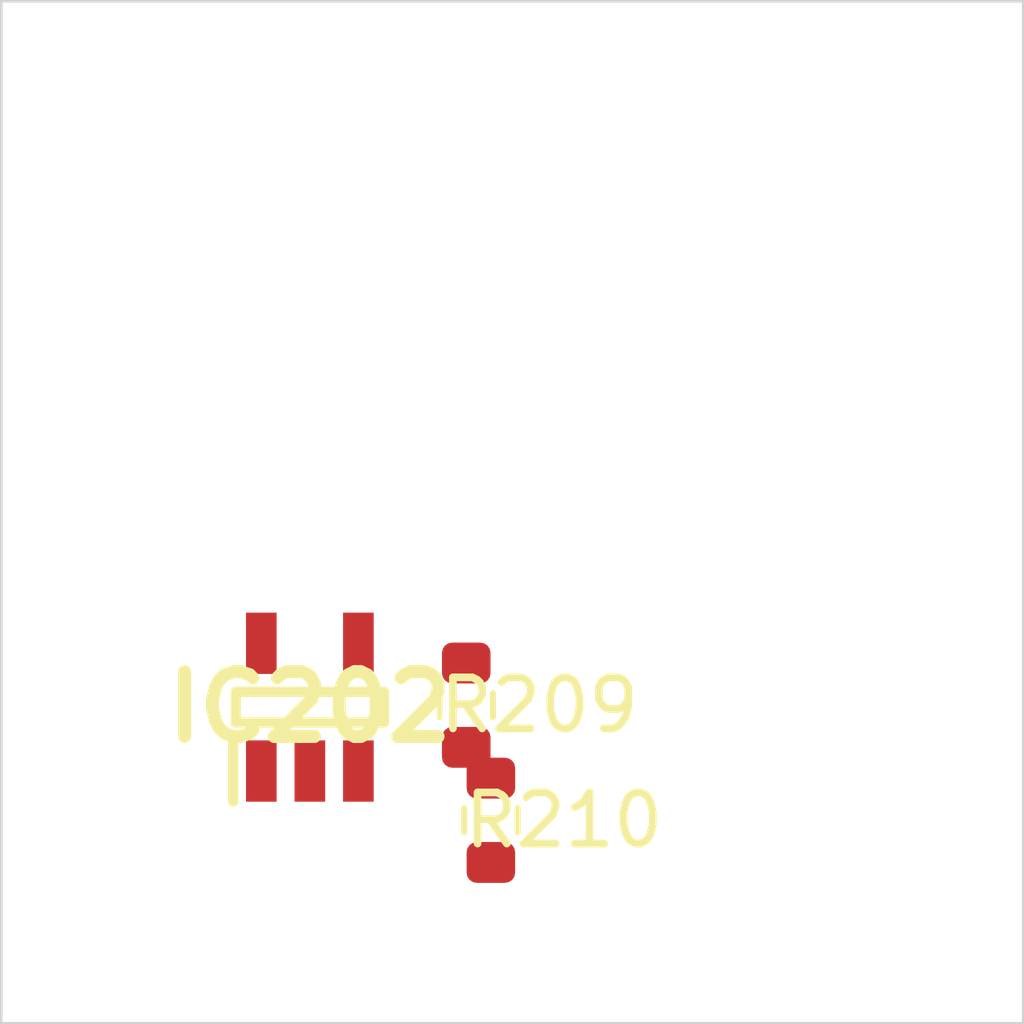
<source format=kicad_pcb>
 ( kicad_pcb  ( version 20171130 )
 ( host pcbnew 5.1.12-84ad8e8a86~92~ubuntu18.04.1 )
 ( general  ( thickness 1.6 )
 ( drawings 4 )
 ( tracks 0 )
 ( zones 0 )
 ( modules 3 )
 ( nets 5 )
)
 ( page A4 )
 ( layers  ( 0 F.Cu signal )
 ( 31 B.Cu signal )
 ( 32 B.Adhes user )
 ( 33 F.Adhes user )
 ( 34 B.Paste user )
 ( 35 F.Paste user )
 ( 36 B.SilkS user )
 ( 37 F.SilkS user )
 ( 38 B.Mask user )
 ( 39 F.Mask user )
 ( 40 Dwgs.User user )
 ( 41 Cmts.User user )
 ( 42 Eco1.User user )
 ( 43 Eco2.User user )
 ( 44 Edge.Cuts user )
 ( 45 Margin user )
 ( 46 B.CrtYd user )
 ( 47 F.CrtYd user )
 ( 48 B.Fab user )
 ( 49 F.Fab user )
)
 ( setup  ( last_trace_width 0.25 )
 ( trace_clearance 0.2 )
 ( zone_clearance 0.508 )
 ( zone_45_only no )
 ( trace_min 0.2 )
 ( via_size 0.8 )
 ( via_drill 0.4 )
 ( via_min_size 0.4 )
 ( via_min_drill 0.3 )
 ( uvia_size 0.3 )
 ( uvia_drill 0.1 )
 ( uvias_allowed no )
 ( uvia_min_size 0.2 )
 ( uvia_min_drill 0.1 )
 ( edge_width 0.05 )
 ( segment_width 0.2 )
 ( pcb_text_width 0.3 )
 ( pcb_text_size 1.5 1.5 )
 ( mod_edge_width 0.12 )
 ( mod_text_size 1 1 )
 ( mod_text_width 0.15 )
 ( pad_size 1.524 1.524 )
 ( pad_drill 0.762 )
 ( pad_to_mask_clearance 0 )
 ( aux_axis_origin 0 0 )
 ( visible_elements FFFFFF7F )
 ( pcbplotparams  ( layerselection 0x010fc_ffffffff )
 ( usegerberextensions false )
 ( usegerberattributes true )
 ( usegerberadvancedattributes true )
 ( creategerberjobfile true )
 ( excludeedgelayer true )
 ( linewidth 0.100000 )
 ( plotframeref false )
 ( viasonmask false )
 ( mode 1 )
 ( useauxorigin false )
 ( hpglpennumber 1 )
 ( hpglpenspeed 20 )
 ( hpglpendiameter 15.000000 )
 ( psnegative false )
 ( psa4output false )
 ( plotreference true )
 ( plotvalue true )
 ( plotinvisibletext false )
 ( padsonsilk false )
 ( subtractmaskfromsilk false )
 ( outputformat 1 )
 ( mirror false )
 ( drillshape 1 )
 ( scaleselection 1 )
 ( outputdirectory "" )
)
)
 ( net 0 "" )
 ( net 1 GND )
 ( net 2 VDDA )
 ( net 3 /Sheet6235D886/vp )
 ( net 4 "Net-(IC202-Pad3)" )
 ( net_class Default "This is the default net class."  ( clearance 0.2 )
 ( trace_width 0.25 )
 ( via_dia 0.8 )
 ( via_drill 0.4 )
 ( uvia_dia 0.3 )
 ( uvia_drill 0.1 )
 ( add_net /Sheet6235D886/vp )
 ( add_net GND )
 ( add_net "Net-(IC202-Pad3)" )
 ( add_net VDDA )
)
 ( module SOT95P280X145-5N locked  ( layer F.Cu )
 ( tedit 62336ED7 )
 ( tstamp 623423ED )
 ( at 86.038900 113.815000 90.000000 )
 ( descr DBV0005A )
 ( tags "Integrated Circuit" )
 ( path /6235D887/6266C08E )
 ( attr smd )
 ( fp_text reference IC202  ( at 0 0 )
 ( layer F.SilkS )
 ( effects  ( font  ( size 1.27 1.27 )
 ( thickness 0.254 )
)
)
)
 ( fp_text value TL071HIDBVR  ( at 0 0 )
 ( layer F.SilkS )
hide  ( effects  ( font  ( size 1.27 1.27 )
 ( thickness 0.254 )
)
)
)
 ( fp_line  ( start -1.85 -1.5 )
 ( end -0.65 -1.5 )
 ( layer F.SilkS )
 ( width 0.2 )
)
 ( fp_line  ( start -0.3 1.45 )
 ( end -0.3 -1.45 )
 ( layer F.SilkS )
 ( width 0.2 )
)
 ( fp_line  ( start 0.3 1.45 )
 ( end -0.3 1.45 )
 ( layer F.SilkS )
 ( width 0.2 )
)
 ( fp_line  ( start 0.3 -1.45 )
 ( end 0.3 1.45 )
 ( layer F.SilkS )
 ( width 0.2 )
)
 ( fp_line  ( start -0.3 -1.45 )
 ( end 0.3 -1.45 )
 ( layer F.SilkS )
 ( width 0.2 )
)
 ( fp_line  ( start -0.8 -0.5 )
 ( end 0.15 -1.45 )
 ( layer Dwgs.User )
 ( width 0.1 )
)
 ( fp_line  ( start -0.8 1.45 )
 ( end -0.8 -1.45 )
 ( layer Dwgs.User )
 ( width 0.1 )
)
 ( fp_line  ( start 0.8 1.45 )
 ( end -0.8 1.45 )
 ( layer Dwgs.User )
 ( width 0.1 )
)
 ( fp_line  ( start 0.8 -1.45 )
 ( end 0.8 1.45 )
 ( layer Dwgs.User )
 ( width 0.1 )
)
 ( fp_line  ( start -0.8 -1.45 )
 ( end 0.8 -1.45 )
 ( layer Dwgs.User )
 ( width 0.1 )
)
 ( fp_line  ( start -2.1 1.775 )
 ( end -2.1 -1.775 )
 ( layer Dwgs.User )
 ( width 0.05 )
)
 ( fp_line  ( start 2.1 1.775 )
 ( end -2.1 1.775 )
 ( layer Dwgs.User )
 ( width 0.05 )
)
 ( fp_line  ( start 2.1 -1.775 )
 ( end 2.1 1.775 )
 ( layer Dwgs.User )
 ( width 0.05 )
)
 ( fp_line  ( start -2.1 -1.775 )
 ( end 2.1 -1.775 )
 ( layer Dwgs.User )
 ( width 0.05 )
)
 ( pad 1 smd rect  ( at -1.25 -0.95 180.000000 )
 ( size 0.6 1.2 )
 ( layers F.Cu F.Mask F.Paste )
 ( net 3 /Sheet6235D886/vp )
)
 ( pad 2 smd rect  ( at -1.25 0 180.000000 )
 ( size 0.6 1.2 )
 ( layers F.Cu F.Mask F.Paste )
 ( net 1 GND )
)
 ( pad 3 smd rect  ( at -1.25 0.95 180.000000 )
 ( size 0.6 1.2 )
 ( layers F.Cu F.Mask F.Paste )
 ( net 4 "Net-(IC202-Pad3)" )
)
 ( pad 4 smd rect  ( at 1.25 0.95 180.000000 )
 ( size 0.6 1.2 )
 ( layers F.Cu F.Mask F.Paste )
 ( net 3 /Sheet6235D886/vp )
)
 ( pad 5 smd rect  ( at 1.25 -0.95 180.000000 )
 ( size 0.6 1.2 )
 ( layers F.Cu F.Mask F.Paste )
 ( net 2 VDDA )
)
)
 ( module Resistor_SMD:R_0603_1608Metric  ( layer F.Cu )
 ( tedit 5F68FEEE )
 ( tstamp 62342595 )
 ( at 89.099900 113.776000 270.000000 )
 ( descr "Resistor SMD 0603 (1608 Metric), square (rectangular) end terminal, IPC_7351 nominal, (Body size source: IPC-SM-782 page 72, https://www.pcb-3d.com/wordpress/wp-content/uploads/ipc-sm-782a_amendment_1_and_2.pdf), generated with kicad-footprint-generator" )
 ( tags resistor )
 ( path /6235D887/623CDBD9 )
 ( attr smd )
 ( fp_text reference R209  ( at 0 -1.43 )
 ( layer F.SilkS )
 ( effects  ( font  ( size 1 1 )
 ( thickness 0.15 )
)
)
)
 ( fp_text value 100k  ( at 0 1.43 )
 ( layer F.Fab )
 ( effects  ( font  ( size 1 1 )
 ( thickness 0.15 )
)
)
)
 ( fp_line  ( start -0.8 0.4125 )
 ( end -0.8 -0.4125 )
 ( layer F.Fab )
 ( width 0.1 )
)
 ( fp_line  ( start -0.8 -0.4125 )
 ( end 0.8 -0.4125 )
 ( layer F.Fab )
 ( width 0.1 )
)
 ( fp_line  ( start 0.8 -0.4125 )
 ( end 0.8 0.4125 )
 ( layer F.Fab )
 ( width 0.1 )
)
 ( fp_line  ( start 0.8 0.4125 )
 ( end -0.8 0.4125 )
 ( layer F.Fab )
 ( width 0.1 )
)
 ( fp_line  ( start -0.237258 -0.5225 )
 ( end 0.237258 -0.5225 )
 ( layer F.SilkS )
 ( width 0.12 )
)
 ( fp_line  ( start -0.237258 0.5225 )
 ( end 0.237258 0.5225 )
 ( layer F.SilkS )
 ( width 0.12 )
)
 ( fp_line  ( start -1.48 0.73 )
 ( end -1.48 -0.73 )
 ( layer F.CrtYd )
 ( width 0.05 )
)
 ( fp_line  ( start -1.48 -0.73 )
 ( end 1.48 -0.73 )
 ( layer F.CrtYd )
 ( width 0.05 )
)
 ( fp_line  ( start 1.48 -0.73 )
 ( end 1.48 0.73 )
 ( layer F.CrtYd )
 ( width 0.05 )
)
 ( fp_line  ( start 1.48 0.73 )
 ( end -1.48 0.73 )
 ( layer F.CrtYd )
 ( width 0.05 )
)
 ( fp_text user %R  ( at 0 0 )
 ( layer F.Fab )
 ( effects  ( font  ( size 0.4 0.4 )
 ( thickness 0.06 )
)
)
)
 ( pad 1 smd roundrect  ( at -0.825 0 270.000000 )
 ( size 0.8 0.95 )
 ( layers F.Cu F.Mask F.Paste )
 ( roundrect_rratio 0.25 )
 ( net 2 VDDA )
)
 ( pad 2 smd roundrect  ( at 0.825 0 270.000000 )
 ( size 0.8 0.95 )
 ( layers F.Cu F.Mask F.Paste )
 ( roundrect_rratio 0.25 )
 ( net 4 "Net-(IC202-Pad3)" )
)
 ( model ${KISYS3DMOD}/Resistor_SMD.3dshapes/R_0603_1608Metric.wrl  ( at  ( xyz 0 0 0 )
)
 ( scale  ( xyz 1 1 1 )
)
 ( rotate  ( xyz 0 0 0 )
)
)
)
 ( module Resistor_SMD:R_0603_1608Metric  ( layer F.Cu )
 ( tedit 5F68FEEE )
 ( tstamp 623425A6 )
 ( at 89.582100 116.029000 270.000000 )
 ( descr "Resistor SMD 0603 (1608 Metric), square (rectangular) end terminal, IPC_7351 nominal, (Body size source: IPC-SM-782 page 72, https://www.pcb-3d.com/wordpress/wp-content/uploads/ipc-sm-782a_amendment_1_and_2.pdf), generated with kicad-footprint-generator" )
 ( tags resistor )
 ( path /6235D887/623CDBDF )
 ( attr smd )
 ( fp_text reference R210  ( at 0 -1.43 )
 ( layer F.SilkS )
 ( effects  ( font  ( size 1 1 )
 ( thickness 0.15 )
)
)
)
 ( fp_text value 100k  ( at 0 1.43 )
 ( layer F.Fab )
 ( effects  ( font  ( size 1 1 )
 ( thickness 0.15 )
)
)
)
 ( fp_line  ( start 1.48 0.73 )
 ( end -1.48 0.73 )
 ( layer F.CrtYd )
 ( width 0.05 )
)
 ( fp_line  ( start 1.48 -0.73 )
 ( end 1.48 0.73 )
 ( layer F.CrtYd )
 ( width 0.05 )
)
 ( fp_line  ( start -1.48 -0.73 )
 ( end 1.48 -0.73 )
 ( layer F.CrtYd )
 ( width 0.05 )
)
 ( fp_line  ( start -1.48 0.73 )
 ( end -1.48 -0.73 )
 ( layer F.CrtYd )
 ( width 0.05 )
)
 ( fp_line  ( start -0.237258 0.5225 )
 ( end 0.237258 0.5225 )
 ( layer F.SilkS )
 ( width 0.12 )
)
 ( fp_line  ( start -0.237258 -0.5225 )
 ( end 0.237258 -0.5225 )
 ( layer F.SilkS )
 ( width 0.12 )
)
 ( fp_line  ( start 0.8 0.4125 )
 ( end -0.8 0.4125 )
 ( layer F.Fab )
 ( width 0.1 )
)
 ( fp_line  ( start 0.8 -0.4125 )
 ( end 0.8 0.4125 )
 ( layer F.Fab )
 ( width 0.1 )
)
 ( fp_line  ( start -0.8 -0.4125 )
 ( end 0.8 -0.4125 )
 ( layer F.Fab )
 ( width 0.1 )
)
 ( fp_line  ( start -0.8 0.4125 )
 ( end -0.8 -0.4125 )
 ( layer F.Fab )
 ( width 0.1 )
)
 ( fp_text user %R  ( at 0 0 )
 ( layer F.Fab )
 ( effects  ( font  ( size 0.4 0.4 )
 ( thickness 0.06 )
)
)
)
 ( pad 2 smd roundrect  ( at 0.825 0 270.000000 )
 ( size 0.8 0.95 )
 ( layers F.Cu F.Mask F.Paste )
 ( roundrect_rratio 0.25 )
 ( net 1 GND )
)
 ( pad 1 smd roundrect  ( at -0.825 0 270.000000 )
 ( size 0.8 0.95 )
 ( layers F.Cu F.Mask F.Paste )
 ( roundrect_rratio 0.25 )
 ( net 4 "Net-(IC202-Pad3)" )
)
 ( model ${KISYS3DMOD}/Resistor_SMD.3dshapes/R_0603_1608Metric.wrl  ( at  ( xyz 0 0 0 )
)
 ( scale  ( xyz 1 1 1 )
)
 ( rotate  ( xyz 0 0 0 )
)
)
)
 ( gr_line  ( start 100 100 )
 ( end 100 120 )
 ( layer Edge.Cuts )
 ( width 0.05 )
 ( tstamp 62E770C4 )
)
 ( gr_line  ( start 80 120 )
 ( end 100 120 )
 ( layer Edge.Cuts )
 ( width 0.05 )
 ( tstamp 62E770C0 )
)
 ( gr_line  ( start 80 100 )
 ( end 100 100 )
 ( layer Edge.Cuts )
 ( width 0.05 )
 ( tstamp 6234110C )
)
 ( gr_line  ( start 80 100 )
 ( end 80 120 )
 ( layer Edge.Cuts )
 ( width 0.05 )
)
)

</source>
